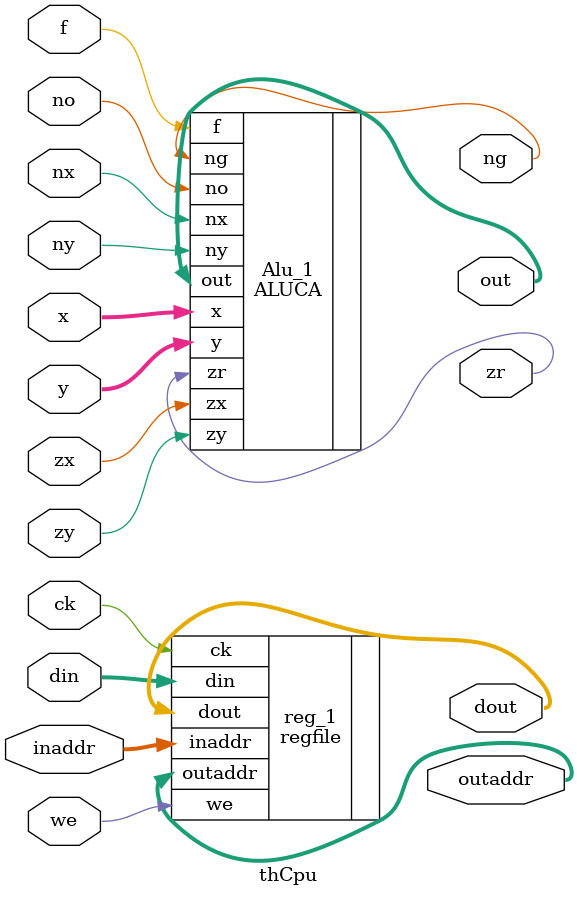
<source format=v>
`timescale 1ns / 1ps


module thCpu(
    input [15:0] x,y,
    input zx,nx,zy,ny,f,no,
    output [15:0] out,
    output zr,ng,
    input ck, we,
    input [15:0] din,
    input [2:0] inaddr,
    output [15:0] dout,
    output [2:0] outaddr
    );
    ALUCA Alu_1(.x(x),.y(y),.zx(zx),.nx(nx),.zy(zy),.ny(ny),.f(f),
                    .no(no),.out(out),.zr(zr),.ng(ng));
                    
    regfile reg_1(.ck(ck),.we(we),.din(din),.inaddr(inaddr),.dout(dout),
                    .outaddr(outaddr));                
    
endmodule

</source>
